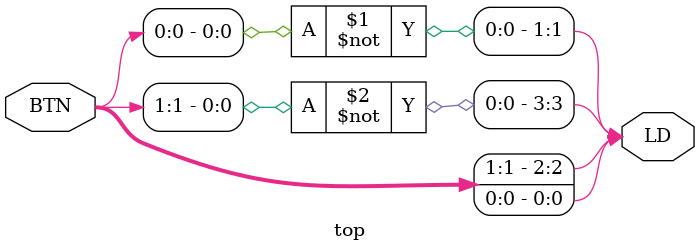
<source format=v>
`timescale 1ns / 1ps
module top(
    input [1:0] BTN,
    output [3:0] LD
    );

assign LD[0] = BTN[0];
assign LD[1] = ~BTN[0];
assign LD[2] = BTN[1];
assign LD[3] = ~BTN[1];

endmodule

</source>
